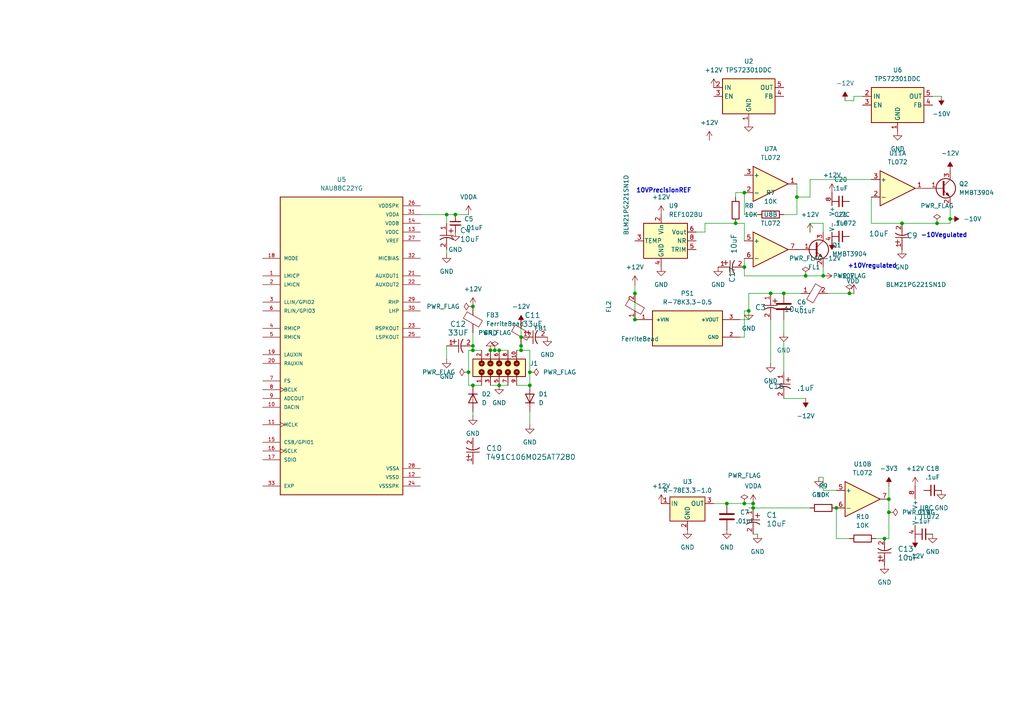
<source format=kicad_sch>
(kicad_sch (version 20231120) (generator "eeschema") (generator_version "8.0")
  (paper "A4")
  (lib_symbols
    (symbol "Amplifier_Operational:TL072" (pin_names (offset 0.127))
      (property "Reference" "U" (at 0 5.08 0))
      (property "Value" "TL072" (at 0 -5.08 0))
      (symbol "TL072_1_1"
        (polyline (pts (xy -5.08 5.08) (xy 5.08 0) (xy -5.08 -5.08) (xy -5.08 5.08)) (stroke (width 0.254)) (fill (type background)))
        (pin output line (at 7.62 0 180) (length 2.54) (name "~") (number "1"))
        (pin input line (at -7.62 -2.54 0) (length 2.54) (name "-") (number "2"))
        (pin input line (at -7.62 2.54 0) (length 2.54) (name "+") (number "3"))
      )
      (symbol "TL072_2_1"
        (polyline (pts (xy -5.08 5.08) (xy 5.08 0) (xy -5.08 -5.08) (xy -5.08 5.08)) (stroke (width 0.254)) (fill (type background)))
        (pin input line (at -7.62 2.54 0) (length 2.54) (name "+") (number "5"))
        (pin input line (at -7.62 -2.54 0) (length 2.54) (name "-") (number "6"))
        (pin output line (at 7.62 0 180) (length 2.54) (name "~") (number "7"))
      )
      (symbol "TL072_3_1"
        (pin power_in line (at -2.54 -7.62 90) (length 3.81) (name "V-") (number "4"))
        (pin power_in line (at -2.54 7.62 270) (length 3.81) (name "V+") (number "8"))
      )
    )
    (symbol "Device:C" (pin_numbers hide) (pin_names (offset 0.254))
      (property "Reference" "C" (at 0.635 2.54 0))
      (property "Value" "C" (at 0.635 -2.54 0))
      (symbol "C_0_1"
        (polyline (pts (xy -2.032 -0.762) (xy 2.032 -0.762)) (stroke (width 0.508)))
        (polyline (pts (xy -2.032 0.762) (xy 2.032 0.762)) (stroke (width 0.508)))
      )
      (symbol "C_1_1"
        (pin passive line (at 0 3.81 270) (length 2.794) (name "~") (number "1"))
        (pin passive line (at 0 -3.81 90) (length 2.794) (name "~") (number "2"))
      )
    )
    (symbol "Device:C_Small" (pin_numbers hide) (pin_names (offset 0.254) hide)
      (property "Reference" "C" (at 0.254 1.778 0))
      (property "Value" "C_Small" (at 0.254 -2.032 0))
      (symbol "C_Small_0_1"
        (polyline (pts (xy -1.524 -0.508) (xy 1.524 -0.508)) (stroke (width 0.3302)))
        (polyline (pts (xy -1.524 0.508) (xy 1.524 0.508)) (stroke (width 0.3048)))
      )
      (symbol "C_Small_1_1"
        (pin passive line (at 0 2.54 270) (length 2.032) (name "~") (number "1"))
        (pin passive line (at 0 -2.54 90) (length 2.032) (name "~") (number "2"))
      )
    )
    (symbol "Device:D" (pin_numbers hide) (pin_names (offset 1.016) hide)
      (property "Reference" "D" (at 0 2.54 0))
      (property "Value" "D" (at 0 -2.54 0))
      (symbol "D_0_1"
        (polyline (pts (xy -1.27 1.27) (xy -1.27 -1.27)) (stroke (width 0.254)))
        (polyline (pts (xy 1.27 0) (xy -1.27 0)))
        (polyline (pts (xy 1.27 1.27) (xy 1.27 -1.27) (xy -1.27 0) (xy 1.27 1.27)) (stroke (width 0.254)))
      )
      (symbol "D_1_1"
        (pin passive line (at -3.81 0 0) (length 2.54) (name "K") (number "1"))
        (pin passive line (at 3.81 0 180) (length 2.54) (name "A") (number "2"))
      )
    )
    (symbol "Device:FerriteBead" (pin_numbers hide) (pin_names (offset 0))
      (property "Reference" "FB" (at -3.81 0.635 90))
      (property "Value" "FerriteBead" (at 3.81 0 90))
      (symbol "FerriteBead_0_1"
        (polyline (pts (xy 0 -1.27) (xy 0 -1.2192)))
        (polyline (pts (xy 0 1.27) (xy 0 1.2954)))
        (polyline (pts (xy -2.7686 0.4064) (xy -1.7018 2.2606) (xy 2.7686 -0.3048) (xy 1.6764 -2.159) (xy -2.7686 0.4064)))
      )
      (symbol "FerriteBead_1_1"
        (pin passive line (at 0 3.81 270) (length 2.54) (name "~") (number "1"))
        (pin passive line (at 0 -3.81 90) (length 2.54) (name "~") (number "2"))
      )
    )
    (symbol "Device:R" (pin_numbers hide) (pin_names (offset 0))
      (property "Reference" "R" (at 2.032 0 90))
      (property "Value" "R" (at 0 0 90))
      (symbol "R_0_1"
        (rectangle (start -1.016 -2.54) (end 1.016 2.54) (stroke (width 0.254)))
      )
      (symbol "R_1_1"
        (pin passive line (at 0 3.81 270) (length 1.27) (name "~") (number "1"))
        (pin passive line (at 0 -3.81 90) (length 1.27) (name "~") (number "2"))
      )
    )
    (symbol "Reference_Voltage:REF102BU" (pin_names (offset 0.254))
      (property "Reference" "U" (at 0 8.255 0))
      (property "Value" "REF102BU" (at 3.175 6.35 0))
      (symbol "REF102BU_0_1"
        (rectangle (start -7.62 5.08) (end 5.08 -5.08) (stroke (width 0.254)) (fill (type background)))
      )
      (symbol "REF102BU_1_1"
        (pin no_connect line (at -5.08 -5.08 90) (length 2.54) hide (name "NC") (number "1"))
        (pin power_in line (at -2.54 7.62 270) (length 2.54) (name "Vin") (number "2"))
        (pin passive line (at -10.16 0 0) (length 2.54) (name "TEMP") (number "3"))
        (pin power_in line (at -2.54 -7.62 90) (length 2.54) (name "GND") (number "4"))
        (pin passive line (at 7.62 -2.54 180) (length 2.54) (name "TRIM") (number "5"))
        (pin power_out line (at 7.62 2.54 180) (length 2.54) (name "Vout") (number "6"))
        (pin no_connect line (at 0 -5.08 90) (length 2.54) hide (name "NC") (number "7"))
        (pin passive line (at 7.62 0 180) (length 2.54) (name "NR") (number "8"))
      )
    )
    (symbol "Regulator_Linear:TPS72301DDC"
      (property "Reference" "U" (at -6.35 6.35 0))
      (property "Value" "TPS72301DDC" (at 0 6.35 0))
      (symbol "TPS72301DDC_0_1"
        (rectangle (start -7.62 -5.08) (end 7.62 5.08) (stroke (width 0.254)) (fill (type background)))
      )
      (symbol "TPS72301DDC_1_1"
        (pin power_in line (at 0 -7.62 90) (length 2.54) (name "GND") (number "1"))
        (pin power_in line (at -10.16 2.54 0) (length 2.54) (name "IN") (number "2"))
        (pin input line (at -10.16 0 0) (length 2.54) (name "EN") (number "3"))
        (pin input line (at 10.16 0 180) (length 2.54) (name "FB") (number "4"))
        (pin power_out line (at 10.16 2.54 180) (length 2.54) (name "OUT") (number "5"))
      )
    )
    (symbol "Regulator_Switching:R-78E3.3-1.0" (pin_names (offset 0.254))
      (property "Reference" "U" (at -3.81 3.175 0))
      (property "Value" "R-78E3.3-1.0" (at 0 3.175 0))
      (symbol "R-78E3.3-1.0_0_1"
        (rectangle (start -5.08 1.905) (end 5.08 -5.08) (stroke (width 0.254)) (fill (type background)))
      )
      (symbol "R-78E3.3-1.0_1_1"
        (pin power_in line (at -7.62 0 0) (length 2.54) (name "IN") (number "1"))
        (pin power_in line (at 0 -7.62 90) (length 2.54) (name "GND") (number "2"))
        (pin power_out line (at 7.62 0 180) (length 2.54) (name "OUT") (number "3"))
      )
    )
    (symbol "Transistor_BJT:MMBT3904" (pin_names (offset 0) hide)
      (property "Reference" "Q" (at 5.08 1.905 0))
      (property "Value" "MMBT3904" (at 5.08 0 0))
      (symbol "MMBT3904_0_1"
        (polyline (pts (xy 0.635 0.635) (xy 2.54 2.54)))
        (polyline (pts (xy 0.635 -0.635) (xy 2.54 -2.54) (xy 2.54 -2.54)))
        (polyline (pts (xy 0.635 1.905) (xy 0.635 -1.905) (xy 0.635 -1.905)) (stroke (width 0.508)))
        (polyline (pts (xy 1.27 -1.778) (xy 1.778 -1.27) (xy 2.286 -2.286) (xy 1.27 -1.778) (xy 1.27 -1.778)) (fill (type outline)))
        (circle (center 1.27 0) (radius 2.8194) (stroke (width 0.254)))
      )
      (symbol "MMBT3904_1_1"
        (pin input line (at -5.08 0 0) (length 5.715) (name "B") (number "1"))
        (pin passive line (at 2.54 -5.08 90) (length 2.54) (name "E") (number "2"))
        (pin passive line (at 2.54 5.08 270) (length 2.54) (name "C") (number "3"))
      )
    )
    (symbol "esp32lib:R-78K3.3-0.5" (pin_names (offset 1.016))
      (property "Reference" "PS" (at -10.16 5.842 0))
      (property "Value" "R-78K3.3-0.5" (at -10.16 -7.62 0))
      (symbol "R-78K3.3-0.5_0_0"
        (rectangle (start -10.16 -5.08) (end 10.16 5.08) (stroke (width 0.254)) (fill (type background)))
        (pin input line (at -15.24 2.54 0) (length 5.08) (name "+VIN") (number "1"))
        (pin power_in line (at 15.24 -2.54 180) (length 5.08) (name "GND") (number "2"))
        (pin output line (at 15.24 2.54 180) (length 5.08) (name "+VOUT") (number "3"))
      )
    )
    (symbol "esp32lib:T491C106M025AT7280" (pin_names (offset 0.254))
      (property "Reference" "C" (at 3.81 3.81 0))
      (property "Value" "T491C106M025AT7280" (at 3.81 -3.81 0))
      (symbol "T491C106M025AT7280_1_1"
        (polyline (pts (xy 1.5748 1.27) (xy 2.8448 1.27)) (stroke (width 0.2032)))
        (polyline (pts (xy 2.2098 0.635) (xy 2.2098 1.905)) (stroke (width 0.2032)))
        (polyline (pts (xy 2.54 0) (xy 3.4798 0)) (stroke (width 0.2032)))
        (polyline (pts (xy 3.4798 -1.905) (xy 3.4798 1.905)) (stroke (width 0.2032)))
        (polyline (pts (xy 4.1148 0) (xy 5.08 0)) (stroke (width 0.2032)))
        (arc (start 4.7541 1.9108) (mid 4.1148 0) (end 4.7541 -1.9108) (stroke (width 0.254)))
        (pin unspecified line (at 0 0 0) (length 2.54) (name "") (number "1"))
        (pin unspecified line (at 7.62 0 180) (length 2.54) (name "") (number "2"))
      )
      (symbol "T491C106M025AT7280_1_2"
        (polyline (pts (xy -1.905 -3.4798) (xy 1.905 -3.4798)) (stroke (width 0.2032)))
        (polyline (pts (xy 0 -4.1148) (xy 0 -5.08)) (stroke (width 0.2032)))
        (polyline (pts (xy 0 -2.54) (xy 0 -3.4798)) (stroke (width 0.2032)))
        (polyline (pts (xy 0.635 -2.2098) (xy 1.905 -2.2098)) (stroke (width 0.2032)))
        (polyline (pts (xy 1.27 -1.5748) (xy 1.27 -2.8448)) (stroke (width 0.2032)))
        (arc (start 1.9108 -4.7541) (mid 0 -4.1148) (end -1.9108 -4.7541) (stroke (width 0.254)))
        (pin unspecified line (at 0 0 270) (length 2.54) (name "") (number "1"))
        (pin unspecified line (at 0 -7.62 90) (length 2.54) (name "") (number "2"))
      )
    )
    (symbol "esp32lib:bead" (pin_names (offset 1.016))
      (property "Reference" "FL1" (at -1.27 6.35 0))
      (property "Value" "BLM21PG221SN1D" (at -1.27 3.81 0))
      (symbol "bead_0_1"
        (polyline (pts (xy -3.81 -2.54) (xy -3.81 -2.4892)))
        (polyline (pts (xy -3.81 0) (xy -3.81 0.0254)))
        (polyline (pts (xy -6.5786 -0.8636) (xy -5.5118 0.9906) (xy -1.0414 -1.5748) (xy -2.1336 -3.429) (xy -6.5786 -0.8636)))
      )
      (symbol "bead_1_1"
        (pin passive line (at -3.81 2.54 270) (length 2.54) (name "~") (number "1"))
        (pin passive line (at -3.81 -5.08 90) (length 2.54) (name "~") (number "2"))
      )
    )
    (symbol "esp32lib:header2x5" (pin_names (offset 1.016))
      (property "Reference" "J" (at -8.8 0.35 0))
      (property "Value" "6120XX21621_61201021621" (at -8.66 -1.87 0))
      (symbol "header2x5_0_0"
        (rectangle (start -7.62 -2.54) (end 7.62 2.54) (stroke (width 0.254)) (fill (type background)))
        (circle (center -5.08 -1.27) (radius 0.254) (stroke (width 0.635)))
        (circle (center -5.08 1.27) (radius 0.254) (stroke (width 0.635)))
        (circle (center -2.54 -1.27) (radius 0.254) (stroke (width 0.635)))
        (circle (center -2.54 1.27) (radius 0.254) (stroke (width 0.635)))
        (circle (center 0 -1.27) (radius 0.254) (stroke (width 0.635)))
        (polyline (pts (xy -5.08 -1.27) (xy -5.08 -2.54)) (stroke (width 0.254)))
        (polyline (pts (xy -5.08 1.27) (xy -5.08 2.54)) (stroke (width 0.254)))
        (polyline (pts (xy -2.54 -1.27) (xy -2.54 -2.54)) (stroke (width 0.254)))
        (polyline (pts (xy -2.54 1.27) (xy -2.54 2.54)) (stroke (width 0.254)))
        (polyline (pts (xy 0 -1.27) (xy 0 -2.54)) (stroke (width 0.254)))
        (polyline (pts (xy 0 1.27) (xy 0 2.54)) (stroke (width 0.254)))
        (polyline (pts (xy 2.54 -1.27) (xy 2.54 -2.54)) (stroke (width 0.254)))
        (polyline (pts (xy 2.54 1.27) (xy 2.54 2.54)) (stroke (width 0.254)))
        (polyline (pts (xy 5.08 -1.27) (xy 5.08 -2.54)) (stroke (width 0.254)))
        (polyline (pts (xy 5.08 1.27) (xy 5.08 2.54)) (stroke (width 0.254)))
        (circle (center 0 1.27) (radius 0.254) (stroke (width 0.635)))
        (circle (center 2.54 -1.27) (radius 0.254) (stroke (width 0.635)))
        (circle (center 2.54 1.27) (radius 0.254) (stroke (width 0.635)))
        (circle (center 5.08 -1.27) (radius 0.254) (stroke (width 0.635)))
        (circle (center 5.08 1.27) (radius 0.254) (stroke (width 0.635)))
        (pin passive line (at -5.08 -5.08 90) (length 2.54) (name "~") (number "1"))
        (pin passive line (at 5.08 5.08 270) (length 2.54) (name "~") (number "10"))
        (pin passive line (at -5.08 5.08 270) (length 2.54) (name "~") (number "2"))
        (pin passive line (at -2.54 -5.08 90) (length 2.54) (name "~") (number "3"))
        (pin passive line (at -2.54 5.08 270) (length 2.54) (name "~") (number "4"))
        (pin passive line (at 0 -5.08 90) (length 2.54) (name "~") (number "5"))
        (pin passive line (at 0 5.08 270) (length 2.54) (name "~") (number "6"))
        (pin passive line (at 2.54 -5.08 90) (length 2.54) (name "~") (number "7"))
        (pin passive line (at 2.54 5.08 270) (length 2.54) (name "~") (number "8"))
        (pin passive line (at 5.08 -5.08 90) (length 2.54) (name "~") (number "9"))
      )
    )
    (symbol "modcaneuro:NAU88C22YG" (pin_names (offset 1.016))
      (property "Reference" "U" (at -17.78 45.72 0))
      (property "Value" "NAU88C22YG" (at -17.78 -45.72 0))
      (symbol "NAU88C22YG_0_0"
        (rectangle (start -17.78 -43.18) (end 17.78 43.18) (stroke (width 0.254)) (fill (type background)))
        (pin input line (at -22.86 20.32 0) (length 5.08) (name "LMICP") (number "1"))
        (pin input line (at -22.86 -17.78 0) (length 5.08) (name "DACIN") (number "10"))
        (pin input clock (at -22.86 -22.86 0) (length 5.08) (name "MCLK") (number "11"))
        (pin power_in line (at 22.86 -38.1 180) (length 5.08) (name "VSSD") (number "12"))
        (pin power_in line (at 22.86 33.02 180) (length 5.08) (name "VDDC") (number "13"))
        (pin power_in line (at 22.86 35.56 180) (length 5.08) (name "VDDB") (number "14"))
        (pin bidirectional line (at -22.86 -27.94 0) (length 5.08) (name "CSB/GPIO1") (number "15"))
        (pin input clock (at -22.86 -30.48 0) (length 5.08) (name "SCLK") (number "16"))
        (pin bidirectional line (at -22.86 -33.02 0) (length 5.08) (name "SDIO") (number "17"))
        (pin input line (at -22.86 25.4 0) (length 5.08) (name "MODE") (number "18"))
        (pin input line (at -22.86 -2.54 0) (length 5.08) (name "LAUXIN") (number "19"))
        (pin input line (at -22.86 17.78 0) (length 5.08) (name "LMICN") (number "2"))
        (pin input line (at -22.86 -5.08 0) (length 5.08) (name "RAUXIN") (number "20"))
        (pin output line (at 22.86 20.32 180) (length 5.08) (name "AUXOUT1") (number "21"))
        (pin output line (at 22.86 17.78 180) (length 5.08) (name "AUXOUT2") (number "22"))
        (pin output line (at 22.86 5.08 180) (length 5.08) (name "RSPKOUT") (number "23"))
        (pin power_in line (at 22.86 -40.64 180) (length 5.08) (name "VSSSPK") (number "24"))
        (pin output line (at 22.86 2.54 180) (length 5.08) (name "LSPKOUT") (number "25"))
        (pin power_in line (at 22.86 40.64 180) (length 5.08) (name "VDDSPK") (number "26"))
        (pin power_in line (at 22.86 30.48 180) (length 5.08) (name "VREF") (number "27"))
        (pin power_in line (at 22.86 -35.56 180) (length 5.08) (name "VSSA") (number "28"))
        (pin output line (at 22.86 12.7 180) (length 5.08) (name "RHP") (number "29"))
        (pin bidirectional line (at -22.86 12.7 0) (length 5.08) (name "LLIN/GPIO2") (number "3"))
        (pin output line (at 22.86 10.16 180) (length 5.08) (name "LHP") (number "30"))
        (pin power_in line (at 22.86 38.1 180) (length 5.08) (name "VDDA") (number "31"))
        (pin output line (at 22.86 25.4 180) (length 5.08) (name "MICBIAS") (number "32"))
        (pin passive line (at -22.86 -40.64 0) (length 5.08) (name "EXP") (number "33"))
        (pin input line (at -22.86 5.08 0) (length 5.08) (name "RMICP") (number "4"))
        (pin input line (at -22.86 2.54 0) (length 5.08) (name "RMICN") (number "5"))
        (pin bidirectional line (at -22.86 10.16 0) (length 5.08) (name "RLIN/GPIO3") (number "6"))
        (pin bidirectional line (at -22.86 -10.16 0) (length 5.08) (name "FS") (number "7"))
        (pin bidirectional clock (at -22.86 -12.7 0) (length 5.08) (name "BCLK") (number "8"))
        (pin output line (at -22.86 -15.24 0) (length 5.08) (name "ADCOUT") (number "9"))
      )
    )
    (symbol "power:+10V" (power) (pin_numbers hide) (pin_names (offset 0) hide)
      (property "Value" "+10V" (at 0 3.556 0))
      (symbol "+10V_0_1"
        (polyline (pts (xy -0.762 1.27) (xy 0 2.54)))
        (polyline (pts (xy 0 0) (xy 0 2.54)))
        (polyline (pts (xy 0 2.54) (xy 0.762 1.27)))
      )
      (symbol "+10V_1_1"
        (pin power_in line (at 0 0 90) (length 0) (name "~") (number "1"))
      )
    )
    (symbol "power:+12V" (power) (pin_numbers hide) (pin_names (offset 0) hide)
      (property "Value" "+12V" (at 0 3.556 0))
      (symbol "+12V_0_1"
        (polyline (pts (xy -0.762 1.27) (xy 0 2.54)))
        (polyline (pts (xy 0 0) (xy 0 2.54)))
        (polyline (pts (xy 0 2.54) (xy 0.762 1.27)))
      )
      (symbol "+12V_1_1"
        (pin power_in line (at 0 0 90) (length 0) (name "~") (number "1"))
      )
    )
    (symbol "power:-10V" (power) (pin_numbers hide) (pin_names (offset 0) hide)
      (property "Value" "-10V" (at 0 3.556 0))
      (symbol "-10V_0_0"
        (pin power_in line (at 0 0 90) (length 0) (name "~") (number "1"))
      )
      (symbol "-10V_0_1"
        (polyline (pts (xy 0 0) (xy 0 1.27) (xy 0.762 1.27) (xy 0 2.54) (xy -0.762 1.27) (xy 0 1.27)) (fill (type outline)))
      )
    )
    (symbol "power:-12V" (power) (pin_numbers hide) (pin_names (offset 0) hide)
      (property "Value" "-12V" (at 0 3.556 0))
      (symbol "-12V_0_0"
        (pin power_in line (at 0 0 90) (length 0) (name "~") (number "1"))
      )
      (symbol "-12V_0_1"
        (polyline (pts (xy 0 0) (xy 0 1.27) (xy 0.762 1.27) (xy 0 2.54) (xy -0.762 1.27) (xy 0 1.27)) (fill (type outline)))
      )
    )
    (symbol "power:-3V3" (power) (pin_numbers hide) (pin_names (offset 0) hide)
      (property "Value" "-3V3" (at 0 3.556 0))
      (symbol "-3V3_0_0"
        (pin power_in line (at 0 0 90) (length 0) (name "~") (number "1"))
      )
      (symbol "-3V3_0_1"
        (polyline (pts (xy 0 0) (xy 0 1.27) (xy 0.762 1.27) (xy 0 2.54) (xy -0.762 1.27) (xy 0 1.27)) (fill (type outline)))
      )
    )
    (symbol "power:GND" (power) (pin_numbers hide) (pin_names (offset 0) hide)
      (property "Value" "GND" (at 0 -3.81 0))
      (symbol "GND_0_1"
        (polyline (pts (xy 0 0) (xy 0 -1.27) (xy 1.27 -1.27) (xy 0 -2.54) (xy -1.27 -1.27) (xy 0 -1.27)))
      )
      (symbol "GND_1_1"
        (pin power_in line (at 0 0 270) (length 0) (name "~") (number "1"))
      )
    )
    (symbol "power:PWR_FLAG" (power) (pin_numbers hide) (pin_names (offset 0) hide)
      (property "Value" "PWR_FLAG" (at 0 3.81 0))
      (symbol "PWR_FLAG_0_0"
        (pin power_out line (at 0 0 90) (length 0) (name "~") (number "1"))
      )
      (symbol "PWR_FLAG_0_1"
        (polyline (pts (xy 0 0) (xy 0 1.27) (xy -1.016 1.905) (xy 0 2.54) (xy 1.016 1.905) (xy 0 1.27)))
      )
    )
    (symbol "power:VDD" (power) (pin_numbers hide) (pin_names (offset 0) hide)
      (property "Value" "VDD" (at 0 3.556 0))
      (symbol "VDD_0_1"
        (polyline (pts (xy -0.762 1.27) (xy 0 2.54)))
        (polyline (pts (xy 0 0) (xy 0 2.54)))
        (polyline (pts (xy 0 2.54) (xy 0.762 1.27)))
      )
      (symbol "VDD_1_1"
        (pin power_in line (at 0 0 90) (length 0) (name "~") (number "1"))
      )
    )
    (symbol "power:VDDA" (power) (pin_numbers hide) (pin_names (offset 0) hide)
      (property "Value" "VDDA" (at 0 3.556 0))
      (symbol "VDDA_0_1"
        (polyline (pts (xy -0.762 1.27) (xy 0 2.54)))
        (polyline (pts (xy 0 0) (xy 0 2.54)))
        (polyline (pts (xy 0 2.54) (xy 0.762 1.27)))
      )
      (symbol "VDDA_1_1"
        (pin power_in line (at 0 0 90) (length 0) (name "~") (number "1"))
      )
    )
  )
  (junction (at 144.78 111.76))
  (junction (at 256.54 156.21))
  (junction (at 257.81 144.78))
  (junction (at 153.67 107.95))
  (junction (at 151.13 97.79))
  (junction (at 151.13 100.33))
  (junction (at 218.44 146.05))
  (junction (at 242.57 147.32))
  (junction (at 151.13 101.6))
  (junction (at 213.36 64.77))
  (junction (at 227.33 85.09))
  (junction (at 210.82 146.05))
  (junction (at 144.78 101.6))
  (junction (at 223.52 85.09))
  (junction (at 215.9 146.05))
  (junction (at 218.44 147.32))
  (junction (at 143.51 101.6))
  (junction (at 217.17 90.17))
  (junction (at 246.38 85.09))
  (junction (at 238.76 80.01))
  (junction (at 129.54 62.23))
  (junction (at 184.15 85.09))
  (junction (at 257.81 148.59))
  (junction (at 271.78 64.77))
  (junction (at 231.14 57.15))
  (junction (at 261.62 64.77))
  (junction (at 137.16 88.9))
  (junction (at 137.16 100.33))
  (junction (at 184.15 92.71))
  (junction (at 135.89 107.95))
  (junction (at 137.16 101.6))
  (junction (at 137.16 111.76))
  (junction (at 153.67 111.76))
  (junction (at 215.9 77.47))
  (junction (at 142.24 101.6))
  (junction (at 275.59 63.5))
  (junction (at 215.9 55.88))
  (junction (at 132.08 62.23))
  (junction (at 233.68 80.01))
  (wire (pts (xy 137.16 101.6) (xy 139.7 101.6)))
  (wire (pts (xy 210.82 146.05) (xy 207.01 146.05)))
  (wire (pts (xy 201.93 67.31) (xy 204.47 67.31)))
  (wire (pts (xy 238.76 138.43) (xy 238.76 142.24)))
  (wire (pts (xy 252.73 64.77) (xy 252.73 57.15)))
  (wire (pts (xy 238.76 64.77) (xy 234.95 64.77)))
  (wire (pts (xy 129.54 104.14) (xy 129.54 100.33)))
  (wire (pts (xy 234.95 64.77) (xy 234.95 67.31)))
  (wire (pts (xy 143.51 101.6) (xy 144.78 101.6)))
  (wire (pts (xy 215.9 146.05) (xy 210.82 146.05)))
  (wire (pts (xy 151.13 100.33) (xy 151.13 101.6)))
  (wire (pts (xy 129.54 64.77) (xy 129.54 62.23)))
  (wire (pts (xy 135.89 111.76) (xy 135.89 107.95)))
  (wire (pts (xy 237.49 138.43) (xy 238.76 138.43)))
  (wire (pts (xy 257.81 144.78) (xy 257.81 148.59)))
  (wire (pts (xy 245.11 29.21) (xy 247.65 29.21)))
  (wire (pts (xy 218.44 147.32) (xy 234.95 147.32)))
  (wire (pts (xy 151.13 93.98) (xy 151.13 97.79)))
  (wire (pts (xy 227.33 107.95) (xy 227.33 99.06)))
  (wire (pts (xy 247.65 27.94) (xy 250.19 27.94)))
  (wire (pts (xy 215.9 97.79) (xy 215.9 90.17)))
  (wire (pts (xy 144.78 111.76) (xy 147.32 111.76)))
  (wire (pts (xy 223.52 92.71) (xy 223.52 105.41)))
  (wire (pts (xy 215.9 97.79) (xy 214.63 97.79)))
  (wire (pts (xy 227.33 96.52) (xy 227.33 92.71)))
  (wire (pts (xy 153.67 107.95) (xy 153.67 111.76)))
  (wire (pts (xy 139.7 111.76) (xy 137.16 111.76)))
  (wire (pts (xy 238.76 142.24) (xy 242.57 142.24)))
  (wire (pts (xy 275.59 64.77) (xy 271.78 64.77)))
  (wire (pts (xy 217.17 90.17) (xy 217.17 85.09)))
  (wire (pts (xy 261.62 64.77) (xy 252.73 64.77)))
  (wire (pts (xy 275.59 63.5) (xy 275.59 64.77)))
  (wire (pts (xy 231.14 53.34) (xy 231.14 57.15)))
  (wire (pts (xy 218.44 147.32) (xy 218.44 146.05)))
  (wire (pts (xy 204.47 64.77) (xy 213.36 64.77)))
  (wire (pts (xy 254 156.21) (xy 256.54 156.21)))
  (wire (pts (xy 137.16 120.65) (xy 137.16 119.38)))
  (wire (pts (xy 227.33 62.23) (xy 231.14 62.23)))
  (wire (pts (xy 231.14 57.15) (xy 231.14 62.23)))
  (wire (pts (xy 256.54 156.21) (xy 257.81 156.21)))
  (wire (pts (xy 129.54 72.39) (xy 129.54 73.66)))
  (wire (pts (xy 246.38 156.21) (xy 242.57 156.21)))
  (wire (pts (xy 217.17 85.09) (xy 223.52 85.09)))
  (wire (pts (xy 153.67 119.38) (xy 153.67 123.19)))
  (wire (pts (xy 142.24 111.76) (xy 144.78 111.76)))
  (wire (pts (xy 215.9 62.23) (xy 215.9 55.88)))
  (wire (pts (xy 270.51 27.94) (xy 273.05 27.94)))
  (wire (pts (xy 218.44 146.05) (xy 215.9 146.05)))
  (wire (pts (xy 217.17 147.32) (xy 218.44 147.32)))
  (wire (pts (xy 149.86 101.6) (xy 151.13 101.6)))
  (wire (pts (xy 238.76 67.31) (xy 238.76 64.77)))
  (wire (pts (xy 213.36 55.88) (xy 215.9 55.88)))
  (wire (pts (xy 217.17 92.71) (xy 217.17 90.17)))
  (wire (pts (xy 214.63 92.71) (xy 217.17 92.71)))
  (wire (pts (xy 242.57 156.21) (xy 242.57 147.32)))
  (wire (pts (xy 238.76 80.01) (xy 233.68 80.01)))
  (wire (pts (xy 144.78 101.6) (xy 147.32 101.6)))
  (wire (pts (xy 240.03 85.09) (xy 246.38 85.09)))
  (wire (pts (xy 257.81 148.59) (xy 257.81 156.21)))
  (wire (pts (xy 135.89 107.95) (xy 135.89 101.6)))
  (wire (pts (xy 233.68 80.01) (xy 215.9 80.01)))
  (wire (pts (xy 213.36 64.77) (xy 215.9 64.77)))
  (wire (pts (xy 135.89 101.6) (xy 137.16 101.6)))
  (wire (pts (xy 184.15 92.71) (xy 184.15 85.09)))
  (wire (pts (xy 215.9 64.77) (xy 215.9 69.85)))
  (wire (pts (xy 271.78 64.77) (xy 261.62 64.77)))
  (wire (pts (xy 247.65 29.21) (xy 247.65 27.94)))
  (wire (pts (xy 151.13 101.6) (xy 153.67 101.6)))
  (wire (pts (xy 184.15 82.55) (xy 184.15 85.09)))
  (wire (pts (xy 246.38 85.09) (xy 247.65 85.09)))
  (wire (pts (xy 213.36 57.15) (xy 213.36 55.88)))
  (wire (pts (xy 238.76 77.47) (xy 238.76 80.01)))
  (wire (pts (xy 215.9 62.23) (xy 219.71 62.23)))
  (wire (pts (xy 137.16 96.52) (xy 137.16 100.33)))
  (wire (pts (xy 121.92 62.23) (xy 129.54 62.23)))
  (wire (pts (xy 227.33 85.09) (xy 232.41 85.09)))
  (wire (pts (xy 234.95 52.07) (xy 234.95 57.15)))
  (wire (pts (xy 223.52 85.09) (xy 227.33 85.09)))
  (wire (pts (xy 257.81 140.97) (xy 257.81 144.78)))
  (wire (pts (xy 215.9 74.93) (xy 215.9 77.47)))
  (wire (pts (xy 218.44 154.94) (xy 219.71 154.94)))
  (wire (pts (xy 227.33 115.57) (xy 233.68 115.57)))
  (wire (pts (xy 153.67 111.76) (xy 149.86 111.76)))
  (wire (pts (xy 132.08 62.23) (xy 135.89 62.23)))
  (wire (pts (xy 151.13 97.79) (xy 151.13 100.33)))
  (wire (pts (xy 204.47 67.31) (xy 204.47 64.77)))
  (wire (pts (xy 234.95 57.15) (xy 231.14 57.15)))
  (wire (pts (xy 129.54 62.23) (xy 132.08 62.23)))
  (wire (pts (xy 137.16 111.76) (xy 135.89 111.76)))
  (wire (pts (xy 252.73 52.07) (xy 234.95 52.07)))
  (wire (pts (xy 142.24 101.6) (xy 143.51 101.6)))
  (wire (pts (xy 215.9 90.17) (xy 217.17 90.17)))
  (wire (pts (xy 275.59 59.69) (xy 275.59 63.5)))
  (wire (pts (xy 153.67 101.6) (xy 153.67 107.95)))
  (wire (pts (xy 137.16 100.33) (xy 137.16 101.6)))
  (wire (pts (xy 215.9 77.47) (xy 215.9 80.01)))
  (text "+10Vregulated" (at 252.984 77.216 0) (effects (font (size 1.27 1.27) (thickness 0.254) (bold yes))))
  (text "-10Vegulated" (at 273.812 68.326 0) (effects (font (size 1.27 1.27) (thickness 0.254) (bold yes))))
  (text "10VPrecisionREF" (at 192.532 55.372 0) (effects (font (size 1.27 1.27) (thickness 0.254) (bold yes))))
  (symbol (lib_id "power:PWR_FLAG") (at 215.9 146.05 0) (unit 1)
    (property "Reference" "#FLG2" (effects (hide yes)))
    (property "Value" "PWR_FLAG" (at 215.9 137.922 0))
    (property "Description" "Special symbol for telling ERC where power comes from" (effects (hide yes)))
  )
  (symbol (lib_id "esp32lib:T491C106M025AT7280") (at 151.13 97.79 0) (unit 1)
    (property "Reference" "C11" (at 154.4574 91.44 0) (effects (font (size 1.524 1.524))))
    (property "Value" "33uF" (at 154.4574 93.98 0) (effects (font (size 1.524 1.524))))
    (property "Footprint" "customfootprints:10uFtantcap" (effects (hide yes)))
    (property "Datasheet" "T491C106M025AT7280" (effects (hide yes)))
  )
  (symbol (lib_id "power:GND") (at 199.39 153.67 0) (unit 1)
    (property "Reference" "#PWR12" (effects (hide yes)))
    (property "Value" "GND" (at 199.39 158.75 0))
    (property "Description" "Power symbol creates a global label with name \"GND\" , ground" (effects (hide yes)))
  )
  (symbol (lib_id "Device:R") (at 223.52 62.23 90) (unit 1)
    (property "Reference" "R7" (at 223.52 55.88 90))
    (property "Value" "10K" (at 223.52 58.42 90))
    (property "Description" "Resistor" (effects (hide yes)))
  )
  (symbol (lib_id "power:PWR_FLAG") (at 153.67 107.95 270) (unit 1)
    (property "Reference" "#FLG4" (effects (hide yes)))
    (property "Value" "PWR_FLAG" (at 157.48 107.9499 90) (effects (justify left)))
    (property "Description" "Special symbol for telling ERC where power comes from" (effects (hide yes)))
  )
  (symbol (lib_id "Device:D") (at 153.67 115.57 90) (unit 1)
    (property "Reference" "D1" (at 156.21 114.2999 90) (effects (justify right)))
    (property "Value" "D" (at 156.21 116.8399 90) (effects (justify right)))
    (property "Description" "Diode" (effects (hide yes)))
    (property "Sim.Device" "D" (effects (hide yes)))
    (property "Sim.Pins" "1=K 2=A" (effects (hide yes)))
  )
  (symbol (lib_id "Device:C_Small") (at 267.97 154.94 90) (unit 1)
    (property "Reference" "C19" (at 267.9763 148.59 90))
    (property "Value" ".1uF" (at 267.9763 151.13 90))
    (property "Footprint" "Capacitor_SMD:C_0603_1608Metric_Pad1.08x0.95mm_HandSolder" (effects (hide yes)))
    (property "Description" "Unpolarized capacitor, small symbol" (effects (hide yes)))
  )
  (symbol (lib_id "Transistor_BJT:MMBT3904") (at 236.22 72.39 0) (unit 1)
    (property "Reference" "Q1" (at 241.3 71.1199 0) (effects (justify left)))
    (property "Value" "MMBT3904" (at 241.3 73.6599 0) (effects (justify left)))
    (property "Footprint" "Package_TO_SOT_SMD:SOT-23" (effects (hide yes)))
    (property "Datasheet" "https://www.onsemi.com/pdf/datasheet/pzt3904-d.pdf" (effects (hide yes)))
    (property "Description" "0.2A Ic, 40V Vce, Small Signal NPN Transistor, SOT-23" (effects (hide yes)))
  )
  (symbol (lib_id "power:GND") (at 208.28 77.47 0) (unit 1)
    (property "Reference" "#PWR50" (effects (hide yes)))
    (property "Value" "GND" (at 208.28 82.55 0))
    (property "Description" "Power symbol creates a global label with name \"GND\" , ground" (effects (hide yes)))
  )
  (symbol (lib_id "esp32lib:T491C106M025AT7280") (at 261.62 72.39 90) (unit 1)
    (property "Reference" "C9" (at 266.192 68.326 90) (effects (font (size 1.524 1.524)) (justify left)))
    (property "Value" "10uF" (at 257.81 67.7927 90) (effects (font (size 1.524 1.524)) (justify left)))
    (property "Footprint" "customfootprints:10uFtantcap" (effects (hide yes)))
    (property "Datasheet" "T491C106M025AT7280" (effects (hide yes)))
  )
  (symbol (lib_id "Device:R") (at 238.76 147.32 90) (unit 1)
    (property "Reference" "R9" (at 238.76 140.97 90))
    (property "Value" "10K" (at 238.76 143.51 90))
    (property "Description" "Resistor" (effects (hide yes)))
  )
  (symbol (lib_id "power:PWR_FLAG") (at 137.16 88.9 90) (unit 1)
    (property "Reference" "#FLG3" (effects (hide yes)))
    (property "Value" "PWR_FLAG" (at 133.35 88.8999 90) (effects (justify left)))
    (property "Description" "Special symbol for telling ERC where power comes from" (effects (hide yes)))
  )
  (symbol (lib_id "power:-12V") (at 265.43 156.21 180) (unit 1)
    (property "Reference" "#PWR43" (effects (hide yes)))
    (property "Value" "-12V" (at 265.43 161.29 0))
    (property "Description" "Power symbol creates a global label with name \"-12V\"" (effects (hide yes)))
  )
  (symbol (lib_id "power:-12V") (at 151.13 93.98 0) (unit 1)
    (property "Reference" "#PWR21" (effects (hide yes)))
    (property "Value" "-12V" (at 151.13 88.9 0))
    (property "Description" "Power symbol creates a global label with name \"-12V\"" (effects (hide yes)))
  )
  (symbol (lib_id "power:GND") (at 129.54 104.14 0) (unit 1)
    (property "Reference" "#PWR23" (effects (hide yes)))
    (property "Value" "GND" (at 129.54 109.22 0))
    (property "Description" "Power symbol creates a global label with name \"GND\" , ground" (effects (hide yes)))
  )
  (symbol (lib_id "power:GND") (at 270.51 154.94 0) (unit 1)
    (property "Reference" "#PWR53" (effects (hide yes)))
    (property "Value" "GND" (at 270.51 160.02 0))
    (property "Description" "Power symbol creates a global label with name \"GND\" , ground" (effects (hide yes)))
  )
  (symbol (lib_id "power:GND") (at 132.08 67.31 0) (unit 1)
    (property "Reference" "#PWR9" (effects (hide yes)))
    (property "Value" "GND" (at 132.08 72.39 0))
    (property "Description" "Power symbol creates a global label with name \"GND\" , ground" (effects (hide yes)))
  )
  (symbol (lib_id "power:VDDA") (at 135.89 62.23 0) (unit 1)
    (property "Reference" "#PWR7" (effects (hide yes)))
    (property "Value" "VDDA" (at 135.89 57.15 0))
    (property "Description" "Power symbol creates a global label with name \"VDDA\"" (effects (hide yes)))
  )
  (symbol (lib_id "power:PWR_FLAG") (at 246.38 85.09 0) (unit 1)
    (property "Reference" "#FLG9" (effects (hide yes)))
    (property "Value" "PWR_FLAG" (at 246.38 80.01 0))
    (property "Description" "Special symbol for telling ERC where power comes from" (effects (hide yes)))
  )
  (symbol (lib_id "power:+12V") (at 184.15 82.55 0) (unit 1)
    (property "Reference" "#PWR1" (effects (hide yes)))
    (property "Value" "+12V" (at 184.15 77.47 0))
    (property "Description" "Power symbol creates a global label with name \"+12V\"" (effects (hide yes)))
  )
  (symbol (lib_id "power:GND") (at 256.54 163.83 0) (unit 1)
    (property "Reference" "#PWR54" (effects (hide yes)))
    (property "Value" "GND" (at 256.54 168.91 0))
    (property "Description" "Power symbol creates a global label with name \"GND\" , ground" (effects (hide yes)))
  )
  (symbol (lib_id "Device:C") (at 210.82 149.86 0) (unit 1)
    (property "Reference" "C7" (at 214.63 148.5899 0) (effects (justify left)))
    (property "Value" ".01uF" (at 213.36 151.13 0) (effects (justify left)))
    (property "Description" "Unpolarized capacitor" (effects (hide yes)))
  )
  (symbol (lib_id "esp32lib:T491C106M025AT7280") (at 256.54 163.83 90) (unit 1)
    (property "Reference" "C13" (at 260.35 159.2325 90) (effects (font (size 1.524 1.524)) (justify right)))
    (property "Value" "10uF" (at 260.35 161.7725 90) (effects (font (size 1.524 1.524)) (justify right)))
    (property "Footprint" "customfootprints:10uFtantcap" (effects (hide yes)))
    (property "Datasheet" "T491C106M025AT7280" (effects (hide yes)))
  )
  (symbol (lib_id "power:VDD") (at 247.65 85.09 0) (unit 1)
    (property "Reference" "#PWR2" (effects (hide yes)))
    (property "Value" "VDD" (at 247.396 81.534 0))
    (property "Description" "Power symbol creates a global label with name \"VDD\"" (effects (hide yes)))
  )
  (symbol (lib_id "power:+12V") (at 191.77 62.23 0) (unit 1)
    (property "Reference" "#PWR47" (effects (hide yes)))
    (property "Value" "+12V" (at 191.77 57.15 0))
    (property "Description" "Power symbol creates a global label with name \"+12V\"" (effects (hide yes)))
  )
  (symbol (lib_id "power:+12V") (at 137.16 88.9 0) (unit 1)
    (property "Reference" "#PWR20" (effects (hide yes)))
    (property "Value" "+12V" (at 137.16 83.82 0))
    (property "Description" "Power symbol creates a global label with name \"+12V\"" (effects (hide yes)))
  )
  (symbol (lib_id "power:GND") (at 227.33 96.52 0) (unit 1)
    (property "Reference" "#PWR14" (effects (hide yes)))
    (property "Value" "GND" (at 227.33 101.6 0))
    (property "Description" "Power symbol creates a global label with name \"GND\" , ground" (effects (hide yes)))
  )
  (symbol (lib_id "power:+12V") (at 241.3 55.88 0) (unit 1)
    (property "Reference" "#PWR32" (effects (hide yes)))
    (property "Value" "+12V" (at 241.3 50.8 0))
    (property "Description" "Power symbol creates a global label with name \"+12V\"" (effects (hide yes)))
  )
  (symbol (lib_id "power:+12V") (at 207.01 25.4 0) (unit 1)
    (property "Reference" "#PWR33" (effects (hide yes)))
    (property "Value" "+12V" (at 207.01 20.32 0))
    (property "Description" "Power symbol creates a global label with name \"+12V\"" (effects (hide yes)))
  )
  (symbol (lib_id "Device:C_Small") (at 132.08 64.77 0) (unit 1)
    (property "Reference" "C5" (at 134.62 63.5062 0) (effects (justify left)))
    (property "Value" ".01uF" (at 134.62 66.0462 0) (effects (justify left)))
    (property "Footprint" "Capacitor_SMD:C_0603_1608Metric" (effects (hide yes)))
    (property "Description" "Unpolarized capacitor, small symbol" (effects (hide yes)))
  )
  (symbol (lib_id "power:+12V") (at 234.95 67.31 0) (unit 1)
    (property "Reference" "#PWR40" (effects (hide yes)))
    (property "Value" "+12V" (at 234.95 62.23 0))
    (property "Description" "Power symbol creates a global label with name \"+12V\"" (effects (hide yes)))
  )
  (symbol (lib_id "Device:C") (at 227.33 88.9 0) (unit 1)
    (property "Reference" "C6" (at 231.14 87.6299 0) (effects (justify left)))
    (property "Value" ".01uF" (at 231.14 90.1699 0) (effects (justify left)))
    (property "Description" "Unpolarized capacitor" (effects (hide yes)))
  )
  (symbol (lib_id "esp32lib:T491C106M025AT7280") (at 208.28 77.47 0) (unit 1)
    (property "Reference" "C17" (at 212.344 82.042 90) (effects (font (size 1.524 1.524)) (justify left)))
    (property "Value" "10uF" (at 212.8773 73.66 90) (effects (font (size 1.524 1.524)) (justify left)))
    (property "Footprint" "customfootprints:10uFtantcap" (effects (hide yes)))
    (property "Datasheet" "T491C106M025AT7280" (effects (hide yes)))
  )
  (symbol (lib_id "power:+12V") (at 191.77 146.05 0) (unit 1)
    (property "Reference" "#PWR6" (effects (hide yes)))
    (property "Value" "+12V" (at 191.77 140.97 0))
    (property "Description" "Power symbol creates a global label with name \"+12V\"" (effects (hide yes)))
  )
  (symbol (lib_id "Device:D") (at 137.16 115.57 270) (unit 1)
    (property "Reference" "D2" (at 139.7 114.2999 90) (effects (justify left)))
    (property "Value" "D" (at 139.7 116.8399 90) (effects (justify left)))
    (property "Description" "Diode" (effects (hide yes)))
    (property "Sim.Device" "D" (effects (hide yes)))
    (property "Sim.Pins" "1=K 2=A" (effects (hide yes)))
  )
  (symbol (lib_id "Device:C_Small") (at 270.51 142.24 90) (unit 1)
    (property "Reference" "C18" (at 270.5163 135.89 90))
    (property "Value" ".1uF" (at 270.5163 138.43 90))
    (property "Footprint" "Capacitor_SMD:C_0603_1608Metric_Pad1.08x0.95mm_HandSolder" (effects (hide yes)))
    (property "Description" "Unpolarized capacitor, small symbol" (effects (hide yes)))
  )
  (symbol (lib_id "power:VDDA") (at 218.44 146.05 0) (unit 1)
    (property "Reference" "#PWR5" (effects (hide yes)))
    (property "Value" "VDDA" (at 218.44 140.97 0))
    (property "Description" "Power symbol creates a global label with name \"VDDA\"" (effects (hide yes)))
  )
  (symbol (lib_id "power:PWR_FLAG") (at 271.78 64.77 0) (unit 1)
    (property "Reference" "#FLG7" (effects (hide yes)))
    (property "Value" "PWR_FLAG" (at 271.78 59.69 0))
    (property "Description" "Special symbol for telling ERC where power comes from" (effects (hide yes)))
  )
  (symbol (lib_id "esp32lib:bead") (at 234.95 81.28 90) (unit 1)
    (property "Reference" "FL1" (at 236.1692 77.47 90))
    (property "Value" "BLM21PG221SN1D" (at 265.684 82.55 90))
    (property "Footprint" "customfootprints:bead" (effects (hide yes)))
  )
  (symbol (lib_id "Device:R") (at 250.19 156.21 90) (unit 1)
    (property "Reference" "R10" (at 250.19 149.86 90))
    (property "Value" "10K" (at 250.19 152.4 90))
    (property "Description" "Resistor" (effects (hide yes)))
  )
  (symbol (lib_id "power:+12V") (at 265.43 140.97 0) (unit 1)
    (property "Reference" "#PWR42" (effects (hide yes)))
    (property "Value" "+12V" (at 265.43 135.89 0))
    (property "Description" "Power symbol creates a global label with name \"+12V\"" (effects (hide yes)))
  )
  (symbol (lib_id "Regulator_Linear:TPS72301DDC") (at 217.17 27.94 0) (unit 1)
    (property "Reference" "U2" (at 217.17 17.78 0))
    (property "Value" "TPS72301DDC" (at 217.17 20.32 0))
    (property "Footprint" "Package_TO_SOT_SMD:TSOT-23-5" (effects (hide yes)))
    (property "Datasheet" "https://www.ti.com/lit/ds/symlink/tps723.pdf" (effects (hide yes)))
    (property "Description" "200-mA, Low-Noise, High-PSRR, Negative Output Low-Dropout Linear Regulator, Adjustable Output (-1.2 V to -10 V), TSOT-23-5" (effects (hide yes)))
  )
  (symbol (lib_id "Reference_Voltage:REF102BU") (at 194.31 69.85 0) (unit 1)
    (property "Reference" "U9" (at 193.9641 59.69 0) (effects (justify left)))
    (property "Value" "REF102BU" (at 193.9641 62.23 0) (effects (justify left)))
    (property "Footprint" "Package_SO:SOIC-8_3.9x4.9mm_P1.27mm" (effects (hide yes)))
    (property "Datasheet" "http://www.ti.com/lit/ds/symlink/ref02.pdf" (effects (hide yes)))
    (property "Description" "10V ±5mV Precision Voltage Reference, SO-8" (effects (hide yes)))
  )
  (symbol (lib_id "esp32lib:R-78K3.3-0.5") (at 199.39 95.25 0) (unit 1)
    (property "Reference" "PS1" (at 199.39 85.09 0))
    (property "Value" "R-78K3.3-0.5" (at 199.39 87.63 0))
    (property "Footprint" "customfootprints:CONV_R-78K3.3-0.5" (effects (hide yes)))
    (property "PARTREV" "0/2023" (effects (hide yes)))
    (property "SNAPEDA_PN" "R-78K5.0-1.0" (effects (hide yes)))
    (property "MANUFACTURER" "Recom Power" (effects (hide yes)))
    (property "MAXIMUM_PACKAGE_HEIGHT" "10.7mm" (effects (hide yes)))
    (property "STANDARD" "IPC-7351B" (effects (hide yes)))
  )
  (symbol (lib_id "power:GND") (at 237.49 138.43 0) (unit 1)
    (property "Reference" "#PWR51" (effects (hide yes)))
    (property "Value" "GND" (at 237.49 143.51 0))
    (property "Description" "Power symbol creates a global label with name \"GND\" , ground" (effects (hide yes)))
  )
  (symbol (lib_id "power:GND") (at 223.52 105.41 0) (unit 1)
    (property "Reference" "#PWR13" (effects (hide yes)))
    (property "Value" "GND" (at 223.52 110.49 0))
    (property "Description" "Power symbol creates a global label with name \"GND\" , ground" (effects (hide yes)))
  )
  (symbol (lib_id "esp32lib:T491C106M025AT7280") (at 129.54 64.77 270) (unit 1)
    (property "Reference" "C4" (at 133.35 66.8273 90) (effects (font (size 1.524 1.524)) (justify left)))
    (property "Value" "10uF" (at 133.35 69.3673 90) (effects (font (size 1.524 1.524)) (justify left)))
    (property "Footprint" "customfootprints:10uFtantcap" (effects (hide yes)))
    (property "Datasheet" "T491C106M025AT7280" (effects (hide yes)))
  )
  (symbol (lib_id "Device:C_Small") (at 243.84 58.42 90) (unit 1)
    (property "Reference" "C20" (at 243.8463 52.07 90))
    (property "Value" ".1uF" (at 243.8463 54.61 90))
    (property "Footprint" "Capacitor_SMD:C_0603_1608Metric_Pad1.08x0.95mm_HandSolder" (effects (hide yes)))
    (property "Description" "Unpolarized capacitor, small symbol" (effects (hide yes)))
  )
  (symbol (lib_id "Device:C_Small") (at 243.84 68.58 90) (unit 1)
    (property "Reference" "C21" (at 243.8463 62.23 90))
    (property "Value" ".1uF" (at 243.8463 64.77 90))
    (property "Footprint" "Capacitor_SMD:C_0603_1608Metric_Pad1.08x0.95mm_HandSolder" (effects (hide yes)))
    (property "Description" "Unpolarized capacitor, small symbol" (effects (hide yes)))
  )
  (symbol (lib_id "power:-10V") (at 273.05 27.94 180) (unit 1)
    (property "Reference" "#PWR29" (effects (hide yes)))
    (property "Value" "-10V" (at 273.05 33.02 0))
    (property "Description" "Power symbol creates a global label with name \"-10V\"" (effects (hide yes)))
  )
  (symbol (lib_id "power:-12V") (at 275.59 49.53 0) (unit 1)
    (property "Reference" "#PWR45" (effects (hide yes)))
    (property "Value" "-12V" (at 275.59 44.45 0))
    (property "Description" "Power symbol creates a global label with name \"-12V\"" (effects (hide yes)))
  )
  (symbol (lib_id "power:GND") (at 153.67 123.19 0) (unit 1)
    (property "Reference" "#PWR26" (effects (hide yes)))
    (property "Value" "GND" (at 153.67 128.27 0))
    (property "Description" "Power symbol creates a global label with name \"GND\" , ground" (effects (hide yes)))
  )
  (symbol (lib_id "esp32lib:header2x5") (at 144.78 106.68 0) (unit 1)
    (property "Reference" "J1" (at 153.67 105.4099 0) (effects (justify left)))
    (property "Value" "6120XX21621_61201021621" (effects (hide yes)))
    (property "Footprint" "customfootprints:2x5header" (effects (hide yes)))
  )
  (symbol (lib_id "Amplifier_Operational:TL072") (at 250.19 144.78 0) (unit 2)
    (property "Reference" "U10" (at 250.19 134.62 0))
    (property "Value" "TL072" (at 250.19 137.16 0))
    (property "Datasheet" "http://www.ti.com/lit/ds/symlink/tl071.pdf" (effects (hide yes)))
    (property "Description" "Dual Low-Noise JFET-Input Operational Amplifiers, DIP-8/SOIC-8" (effects (hide yes)))
  )
  (symbol (lib_id "power:GND") (at 217.17 90.17 0) (unit 1)
    (property "Reference" "#PWR3" (effects (hide yes)))
    (property "Value" "GND" (at 217.17 95.25 0))
    (property "Description" "Power symbol creates a global label with name \"GND\" , ground" (effects (hide yes)))
  )
  (symbol (lib_id "power:GND") (at 273.05 142.24 0) (unit 1)
    (property "Reference" "#PWR52" (effects (hide yes)))
    (property "Value" "GND" (at 273.05 147.32 0))
    (property "Description" "Power symbol creates a global label with name \"GND\" , ground" (effects (hide yes)))
  )
  (symbol (lib_id "power:GND") (at 137.16 120.65 0) (unit 1)
    (property "Reference" "#PWR27" (effects (hide yes)))
    (property "Value" "GND" (at 137.16 125.73 0))
    (property "Description" "Power symbol creates a global label with name \"GND\" , ground" (effects (hide yes)))
  )
  (symbol (lib_id "esp32lib:T491C106M025AT7280") (at 218.44 147.32 270) (unit 1)
    (property "Reference" "C1" (at 222.25 149.3773 90) (effects (font (size 1.524 1.524)) (justify left)))
    (property "Value" "10uF" (at 222.25 151.9173 90) (effects (font (size 1.524 1.524)) (justify left)))
    (property "Footprint" "customfootprints:10uFtantcap" (effects (hide yes)))
    (property "Datasheet" "T491C106M025AT7280" (effects (hide yes)))
  )
  (symbol (lib_id "power:GND") (at 261.62 72.39 0) (unit 1)
    (property "Reference" "#PWR49" (effects (hide yes)))
    (property "Value" "GND" (at 261.62 77.47 0))
    (property "Description" "Power symbol creates a global label with name \"GND\" , ground" (effects (hide yes)))
  )
  (symbol (lib_id "modcaneuro:NAU88C22YG") (at 99.06 100.33 0) (unit 1)
    (property "Reference" "U5" (at 99.06 52.07 0))
    (property "Value" "NAU88C22YG" (at 99.06 54.61 0))
    (property "Footprint" "customfootprints:nau88c22" (effects (hide yes)))
    (property "PARTREV" "3.3" (effects (hide yes)))
    (property "STANDARD" "Manufacturer Recommendations" (effects (hide yes)))
    (property "MAXIMUM_PACKAGE_HEIGHT" "0.80mm" (effects (hide yes)))
    (property "MANUFACTURER" "Nuvoton" (effects (hide yes)))
  )
  (symbol (lib_id "Amplifier_Operational:TL072") (at 223.52 72.39 0) (unit 2)
    (property "Reference" "U8" (at 223.52 62.23 0))
    (property "Value" "TL072" (at 223.52 64.77 0))
    (property "Datasheet" "http://www.ti.com/lit/ds/symlink/tl071.pdf" (effects (hide yes)))
    (property "Description" "Dual Low-Noise JFET-Input Operational Amplifiers, DIP-8/SOIC-8" (effects (hide yes)))
  )
  (symbol (lib_id "power:GND") (at 219.71 154.94 0) (unit 1)
    (property "Reference" "#PWR11" (effects (hide yes)))
    (property "Value" "GND" (at 219.71 160.02 0))
    (property "Description" "Power symbol creates a global label with name \"GND\" , ground" (effects (hide yes)))
  )
  (symbol (lib_id "Device:R") (at 213.36 60.96 0) (unit 1)
    (property "Reference" "R8" (at 215.9 59.6899 0) (effects (justify left)))
    (property "Value" "10K" (at 215.9 62.2299 0) (effects (justify left)))
    (property "Description" "Resistor" (effects (hide yes)))
  )
  (symbol (lib_id "esp32lib:T491C106M025AT7280") (at 227.33 107.95 270) (unit 1)
    (property "Reference" "C16" (at 222.758 112.014 90) (effects (font (size 1.524 1.524)) (justify left)))
    (property "Value" ".1uF" (at 231.14 112.5473 90) (effects (font (size 1.524 1.524)) (justify left)))
    (property "Footprint" "customfootprints:10uFtantcap" (effects (hide yes)))
    (property "Datasheet" "T491C106M025AT7280" (effects (hide yes)))
  )
  (symbol (lib_id "power:GND") (at 129.54 73.66 0) (unit 1)
    (property "Reference" "#PWR8" (effects (hide yes)))
    (property "Value" "GND" (at 129.54 78.74 0))
    (property "Description" "Power symbol creates a global label with name \"GND\" , ground" (effects (hide yes)))
  )
  (symbol (lib_id "power:-10V") (at 275.59 63.5 270) (unit 1)
    (property "Reference" "#PWR46" (effects (hide yes)))
    (property "Value" "-10V" (at 279.4 63.4999 90) (effects (justify left)))
    (property "Description" "Power symbol creates a global label with name \"-10V\"" (effects (hide yes)))
  )
  (symbol (lib_id "power:+12V") (at 205.74 40.64 0) (unit 1)
    (property "Reference" "#PWR28" (effects (hide yes)))
    (property "Value" "+12V" (at 205.74 35.56 0))
    (property "Description" "Power symbol creates a global label with name \"+12V\"" (effects (hide yes)))
  )
  (symbol (lib_id "power:GND") (at 142.24 101.6 180) (unit 1)
    (property "Reference" "#PWR25" (effects (hide yes)))
    (property "Value" "GND" (at 142.24 96.52 0))
    (property "Description" "Power symbol creates a global label with name \"GND\" , ground" (effects (hide yes)))
  )
  (symbol (lib_id "power:GND") (at 158.75 97.79 0) (unit 1)
    (property "Reference" "#PWR22" (effects (hide yes)))
    (property "Value" "GND" (at 158.75 102.87 0))
    (property "Description" "Power symbol creates a global label with name \"GND\" , ground" (effects (hide yes)))
  )
  (symbol (lib_id "Amplifier_Operational:TL072") (at 243.84 63.5 0) (unit 3)
    (property "Reference" "U7" (at 242.57 62.2299 0) (effects (justify left)))
    (property "Value" "TL072" (at 242.57 64.7699 0) (effects (justify left)))
    (property "Datasheet" "http://www.ti.com/lit/ds/symlink/tl071.pdf" (effects (hide yes)))
    (property "Description" "Dual Low-Noise JFET-Input Operational Amplifiers, DIP-8/SOIC-8" (effects (hide yes)))
  )
  (symbol (lib_id "Amplifier_Operational:TL072") (at 260.35 54.61 0) (unit 1)
    (property "Reference" "U11" (at 260.35 44.45 0))
    (property "Value" "TL072" (at 260.35 46.99 0))
    (property "Datasheet" "http://www.ti.com/lit/ds/symlink/tl071.pdf" (effects (hide yes)))
    (property "Description" "Dual Low-Noise JFET-Input Operational Amplifiers, DIP-8/SOIC-8" (effects (hide yes)))
  )
  (symbol (lib_id "Transistor_BJT:MMBT3904") (at 273.05 54.61 0) (unit 1)
    (property "Reference" "Q2" (at 278.13 53.3399 0) (effects (justify left)))
    (property "Value" "MMBT3904" (at 278.13 55.8799 0) (effects (justify left)))
    (property "Footprint" "Package_TO_SOT_SMD:SOT-23" (effects (hide yes)))
    (property "Datasheet" "https://www.onsemi.com/pdf/datasheet/pzt3904-d.pdf" (effects (hide yes)))
    (property "Description" "0.2A Ic, 40V Vce, Small Signal NPN Transistor, SOT-23" (effects (hide yes)))
  )
  (symbol (lib_id "Regulator_Switching:R-78E3.3-1.0") (at 199.39 146.05 0) (unit 1)
    (property "Reference" "U3" (at 199.39 139.7 0))
    (property "Value" "R-78E3.3-1.0" (at 199.39 142.24 0))
    (property "Footprint" "Converter_DCDC:Converter_DCDC_RECOM_R-78E-0.5_THT" (effects (hide yes)))
    (property "Datasheet" "https://www.recom-power.com/pdf/Innoline/R-78Exx-1.0.pdf" (effects (hide yes)))
    (property "Description" "1A Step-Down DC/DC-Regulator, 6-28V input, 3.3V fixed Output Voltage, LM78xx replacement, -40°C to +85°C, SIP3" (effects (hide yes)))
  )
  (symbol (lib_id "power:GND") (at 210.82 153.67 0) (unit 1)
    (property "Reference" "#PWR10" (effects (hide yes)))
    (property "Value" "GND" (at 210.82 158.75 0))
    (property "Description" "Power symbol creates a global label with name \"GND\" , ground" (effects (hide yes)))
  )
  (symbol (lib_id "esp32lib:T491C106M025AT7280") (at 223.52 85.09 270) (unit 1)
    (property "Reference" "C3" (at 218.948 89.154 90) (effects (font (size 1.524 1.524)) (justify left)))
    (property "Value" "10uF" (at 227.33 89.6873 90) (effects (font (size 1.524 1.524)) (justify left)))
    (property "Footprint" "customfootprints:10uFtantcap" (effects (hide yes)))
    (property "Datasheet" "T491C106M025AT7280" (effects (hide yes)))
  )
  (symbol (lib_id "power:+10V") (at 238.76 80.01 270) (unit 1)
    (property "Reference" "#PWR44" (effects (hide yes)))
    (property "Value" "+10V" (at 242.57 80.0099 90) (effects (justify left)))
    (property "Description" "Power symbol creates a global label with name \"+10V\"" (effects (hide yes)))
  )
  (symbol (lib_id "Amplifier_Operational:TL072") (at 223.52 53.34 0) (unit 1)
    (property "Reference" "U7" (at 223.52 43.18 0))
    (property "Value" "TL072" (at 223.52 45.72 0))
    (property "Datasheet" "http://www.ti.com/lit/ds/symlink/tl071.pdf" (effects (hide yes)))
    (property "Description" "Dual Low-Noise JFET-Input Operational Amplifiers, DIP-8/SOIC-8" (effects (hide yes)))
  )
  (symbol (lib_id "power:PWR_FLAG") (at 143.51 101.6 0) (unit 1)
    (property "Reference" "#FLG5" (effects (hide yes)))
    (property "Value" "PWR_FLAG" (at 143.51 96.52 0))
    (property "Description" "Special symbol for telling ERC where power comes from" (effects (hide yes)))
  )
  (symbol (lib_id "esp32lib:T491C106M025AT7280") (at 137.16 134.62 90) (unit 1)
    (property "Reference" "C10" (at 140.97 130.0225 90) (effects (font (size 1.524 1.524)) (justify right)))
    (property "Value" "T491C106M025AT7280" (at 140.97 132.5625 90) (effects (font (size 1.524 1.524)) (justify right)))
    (property "Footprint" "customfootprints:10uFtantcap" (effects (hide yes)))
    (property "Datasheet" "T491C106M025AT7280" (effects (hide yes)))
  )
  (symbol (lib_id "power:GND") (at 217.17 35.56 0) (unit 1)
    (property "Reference" "#PWR34" (effects (hide yes)))
    (property "Value" "GND" (effects (hide yes)))
    (property "Description" "Power symbol creates a global label with name \"GND\" , ground" (effects (hide yes)))
  )
  (symbol (lib_id "power:PWR_FLAG") (at 233.68 80.01 0) (unit 1)
    (property "Reference" "#FLG8" (effects (hide yes)))
    (property "Value" "PWR_FLAG" (at 233.68 74.93 0))
    (property "Description" "Special symbol for telling ERC where power comes from" (effects (hide yes)))
  )
  (symbol (lib_id "power:GND") (at 144.78 111.76 0) (unit 1)
    (property "Reference" "#PWR24" (effects (hide yes)))
    (property "Value" "GND" (at 144.78 116.84 0))
    (property "Description" "Power symbol creates a global label with name \"GND\" , ground" (effects (hide yes)))
  )
  (symbol (lib_id "Amplifier_Operational:TL072") (at 267.97 148.59 0) (unit 3)
    (property "Reference" "U8" (at 266.7 147.3199 0) (effects (justify left)))
    (property "Value" "TL072" (at 266.7 149.8599 0) (effects (justify left)))
    (property "Datasheet" "http://www.ti.com/lit/ds/symlink/tl071.pdf" (effects (hide yes)))
    (property "Description" "Dual Low-Noise JFET-Input Operational Amplifiers, DIP-8/SOIC-8" (effects (hide yes)))
  )
  (symbol (lib_id "power:PWR_FLAG") (at 257.81 148.59 270) (unit 1)
    (property "Reference" "#FLG1" (effects (hide yes)))
    (property "Value" "PWR_FLAG" (at 261.62 148.5899 90) (effects (justify left)))
    (property "Description" "Special symbol for telling ERC where power comes from" (effects (hide yes)))
  )
  (symbol (lib_id "power:-12V") (at 241.3 69.85 180) (unit 1)
    (property "Reference" "#PWR39" (effects (hide yes)))
    (property "Value" "-12V" (at 241.3 74.93 0))
    (property "Description" "Power symbol creates a global label with name \"-12V\"" (effects (hide yes)))
  )
  (symbol (lib_id "esp32lib:bead") (at 180.34 90.17 180) (unit 1)
    (property "Reference" "FL2" (at 176.53 88.9508 90))
    (property "Value" "BLM21PG221SN1D" (at 181.61 59.436 90))
    (property "Footprint" "customfootprints:bead" (effects (hide yes)))
  )
  (symbol (lib_id "power:GND") (at 260.35 38.1 0) (unit 1)
    (property "Reference" "#PWR35" (effects (hide yes)))
    (property "Value" "GND" (at 260.35 43.18 0))
    (property "Description" "Power symbol creates a global label with name \"GND\" , ground" (effects (hide yes)))
  )
  (symbol (lib_id "power:PWR_FLAG") (at 135.89 107.95 90) (unit 1)
    (property "Reference" "#FLG6" (effects (hide yes)))
    (property "Value" "PWR_FLAG" (at 132.08 107.9499 90) (effects (justify left)))
    (property "Description" "Special symbol for telling ERC where power comes from" (effects (hide yes)))
  )
  (symbol (lib_id "Regulator_Linear:TPS72301DDC") (at 260.35 30.48 0) (unit 1)
    (property "Reference" "U6" (at 260.35 20.32 0))
    (property "Value" "TPS72301DDC" (at 260.35 22.86 0))
    (property "Footprint" "Package_TO_SOT_SMD:TSOT-23-5" (effects (hide yes)))
    (property "Datasheet" "https://www.ti.com/lit/ds/symlink/tps723.pdf" (effects (hide yes)))
    (property "Description" "200-mA, Low-Noise, High-PSRR, Negative Output Low-Dropout Linear Regulator, Adjustable Output (-1.2 V to -10 V), TSOT-23-5" (effects (hide yes)))
  )
  (symbol (lib_id "power:-12V") (at 233.68 115.57 180) (unit 1)
    (property "Reference" "#PWR41" (effects (hide yes)))
    (property "Value" "-12V" (at 233.68 120.65 0))
    (property "Description" "Power symbol creates a global label with name \"-12V\"" (effects (hide yes)))
  )
  (symbol (lib_id "esp32lib:T491C106M025AT7280") (at 129.54 100.33 0) (unit 1)
    (property "Reference" "C12" (at 132.8674 93.98 0) (effects (font (size 1.524 1.524))))
    (property "Value" "33UF" (at 132.8674 96.52 0) (effects (font (size 1.524 1.524))))
    (property "Footprint" "customfootprints:10uFtantcap" (effects (hide yes)))
    (property "Datasheet" "T491C106M025AT7280" (effects (hide yes)))
  )
  (symbol (lib_id "Device:FerriteBead") (at 137.16 92.71 0) (unit 1)
    (property "Reference" "FB3" (at 140.97 91.3891 0) (effects (justify left)))
    (property "Value" "FerriteBead" (at 140.97 93.9291 0) (effects (justify left)))
    (property "Description" "Ferrite bead" (effects (hide yes)))
  )
  (symbol (lib_id "power:-3V3") (at 257.81 140.97 0) (unit 1)
    (property "Reference" "#PWR78" (effects (hide yes)))
    (property "Value" "-3V3" (at 257.81 135.89 0))
    (property "Description" "Power symbol creates a global label with name \"-3V3\"" (effects (hide yes)))
  )
  (symbol (lib_id "power:-12V") (at 245.11 29.21 0) (unit 1)
    (property "Reference" "#PWR31" (effects (hide yes)))
    (property "Value" "-12V" (at 245.11 24.13 0))
    (property "Description" "Power symbol creates a global label with name \"-12V\"" (effects (hide yes)))
  )
  (symbol (lib_id "power:GND") (at 191.77 77.47 0) (unit 1)
    (property "Reference" "#PWR48" (effects (hide yes)))
    (property "Value" "GND" (at 191.77 82.55 0))
    (property "Description" "Power symbol creates a global label with name \"GND\" , ground" (effects (hide yes)))
  )
  (symbol (lib_id "Device:FerriteBead") (at 151.13 96.52 0) (unit 1)
    (property "Reference" "FB1" (at 154.94 95.1991 0) (effects (justify left)))
    (property "Value" "FerriteBead" (at 180.086 98.298 0) (effects (justify left)))
    (property "Footprint" "Inductor_SMD:L_0603_1608Metric_Pad1.05x0.95mm_HandSolder" (effects (hide yes)))
    (property "Description" "Ferrite bead" (effects (hide yes)))
  )
)
</source>
